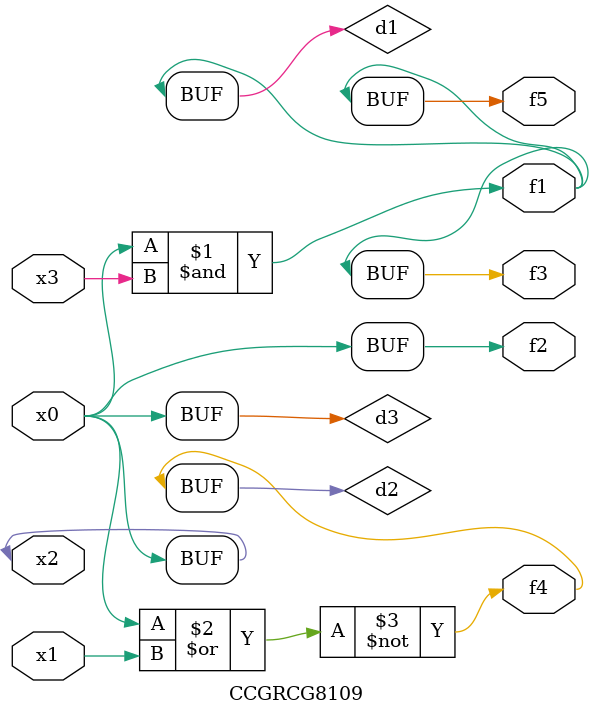
<source format=v>
module CCGRCG8109(
	input x0, x1, x2, x3,
	output f1, f2, f3, f4, f5
);

	wire d1, d2, d3;

	and (d1, x2, x3);
	nor (d2, x0, x1);
	buf (d3, x0, x2);
	assign f1 = d1;
	assign f2 = d3;
	assign f3 = d1;
	assign f4 = d2;
	assign f5 = d1;
endmodule

</source>
